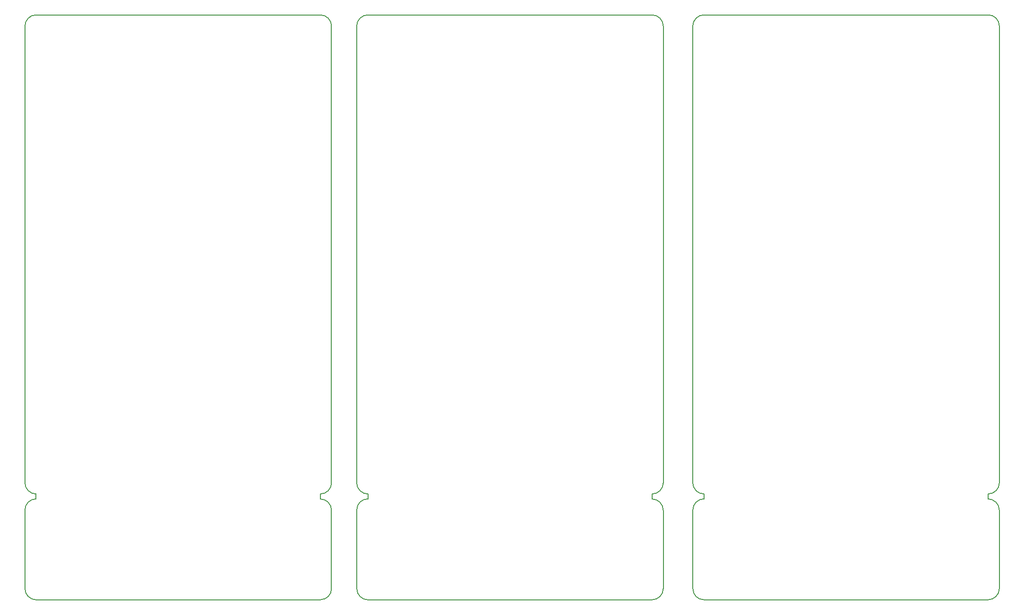
<source format=gm1>
G04*
G04 #@! TF.GenerationSoftware,Altium Limited,Altium Designer,23.6.0 (18)*
G04*
G04 Layer_Color=16711935*
%FSLAX44Y44*%
%MOMM*%
G71*
G04*
G04 #@! TF.SameCoordinates,4061A6F7-F738-458C-8749-E02376798AA4*
G04*
G04*
G04 #@! TF.FilePolarity,Positive*
G04*
G01*
G75*
%ADD83C,0.2000*%
D83*
X1751655Y1189749D02*
G03*
X1731655Y1209749I-20000J0D01*
G01*
X1221751Y1209904D02*
G03*
X1201751Y1189905I0J-20000D01*
G01*
X1201845Y1048751D02*
G03*
X1221845Y1028751I20000J0D01*
G01*
X1731749Y1028845D02*
G03*
X1751749Y1048845I0J20000D01*
G01*
X1201750Y1238750D02*
G03*
X1221750Y1218750I20000J0D01*
G01*
X1731750Y1218750D02*
G03*
X1751750Y1238750I0J20000D01*
G01*
Y2058750D02*
G03*
X1731750Y2078750I-20000J0D01*
G01*
X1221750Y2078750D02*
G03*
X1201750Y2058750I0J-20000D01*
G01*
X1751750Y1048846D02*
Y1189654D01*
X1201750Y1048846D02*
Y1189905D01*
X1731654Y1028750D02*
X1221846D01*
X1751750Y2053750D02*
Y2058750D01*
X1731750Y1209750D02*
Y1218750D01*
X1221750Y1209750D02*
Y1218750D01*
X1751750Y2053750D02*
X1751750Y2053750D01*
Y1238750D02*
Y2053750D01*
X1221750Y2078750D02*
X1731750Y2078750D01*
X1201750Y1238750D02*
X1201750Y2058750D01*
X1148655Y1189750D02*
G03*
X1128655Y1209749I-20000J0D01*
G01*
X618751Y1209905D02*
G03*
X598751Y1189905I0J-20000D01*
G01*
X598845Y1048751D02*
G03*
X618845Y1028751I20000J0D01*
G01*
X1128749Y1028846D02*
G03*
X1148749Y1048846I0J20000D01*
G01*
X598750Y1238750D02*
G03*
X618750Y1218750I20000J0D01*
G01*
X1128750Y1218750D02*
G03*
X1148750Y1238750I0J20000D01*
G01*
Y2058750D02*
G03*
X1128750Y2078750I-20000J0D01*
G01*
X618750Y2078750D02*
G03*
X598750Y2058750I0J-20000D01*
G01*
X1148750Y1048846D02*
Y1189654D01*
X598750Y1048846D02*
Y1189905D01*
X1128654Y1028750D02*
X618846D01*
X1148750Y2053750D02*
Y2058750D01*
X1128750Y1209750D02*
Y1218750D01*
X618750Y1209750D02*
Y1218750D01*
X1148750Y2053750D02*
X1148750Y2053750D01*
Y1238750D02*
Y2053750D01*
X618750Y2078750D02*
X1128750Y2078750D01*
X598750Y1238750D02*
X598750Y2058750D01*
X553405Y1189749D02*
G03*
X533405Y1209749I-20000J0D01*
G01*
X23501Y1209904D02*
G03*
X3501Y1189905I0J-20000D01*
G01*
X3595Y1048751D02*
G03*
X23595Y1028751I20000J0D01*
G01*
X533499Y1028845D02*
G03*
X553499Y1048845I0J20000D01*
G01*
X3500Y1238750D02*
G03*
X23500Y1218750I20000J0D01*
G01*
X533500Y1218750D02*
G03*
X553500Y1238750I0J20000D01*
G01*
Y2058750D02*
G03*
X533500Y2078750I-20000J0D01*
G01*
X23500Y2078750D02*
G03*
X3500Y2058750I0J-20000D01*
G01*
X553500Y1048846D02*
Y1189654D01*
X3500Y1048846D02*
Y1189905D01*
X533404Y1028750D02*
X23596D01*
X553500Y2053750D02*
Y2058750D01*
X533500Y1209750D02*
Y1218750D01*
X23500Y1209750D02*
Y1218750D01*
X553500Y2053750D02*
X553500Y2053750D01*
Y1238750D02*
Y2053750D01*
X23500Y2078750D02*
X533500Y2078750D01*
X3500Y1238750D02*
X3500Y2058750D01*
M02*

</source>
